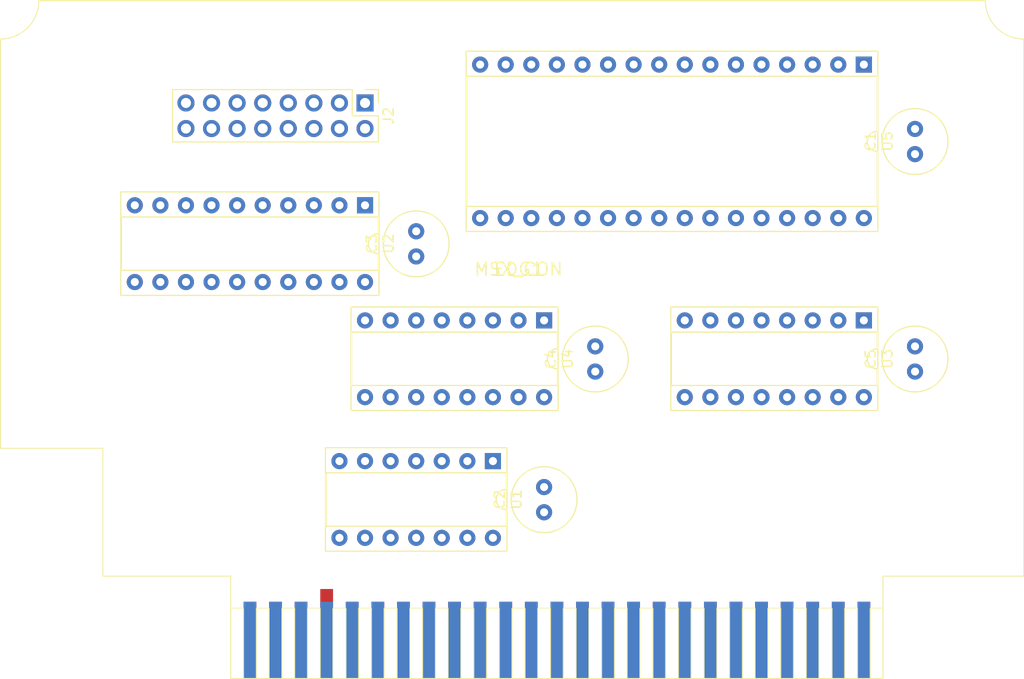
<source format=kicad_pcb>
(kicad_pcb (version 20171130) (host pcbnew "(5.1.2-1)-1")

  (general
    (thickness 1.6)
    (drawings 0)
    (tracks 0)
    (zones 0)
    (modules 12)
    (nets 62)
  )

  (page A4)
  (layers
    (0 F.Cu signal)
    (31 B.Cu signal)
    (32 B.Adhes user)
    (33 F.Adhes user)
    (34 B.Paste user)
    (35 F.Paste user)
    (36 B.SilkS user)
    (37 F.SilkS user)
    (38 B.Mask user)
    (39 F.Mask user)
    (40 Dwgs.User user)
    (41 Cmts.User user)
    (42 Eco1.User user)
    (43 Eco2.User user)
    (44 Edge.Cuts user)
    (45 Margin user)
    (46 B.CrtYd user)
    (47 F.CrtYd user)
    (48 B.Fab user)
    (49 F.Fab user)
  )

  (setup
    (last_trace_width 0.25)
    (trace_clearance 0.2)
    (zone_clearance 0.508)
    (zone_45_only no)
    (trace_min 0.2)
    (via_size 0.8)
    (via_drill 0.4)
    (via_min_size 0.4)
    (via_min_drill 0.3)
    (uvia_size 0.3)
    (uvia_drill 0.1)
    (uvias_allowed no)
    (uvia_min_size 0.2)
    (uvia_min_drill 0.1)
    (edge_width 0.05)
    (segment_width 0.2)
    (pcb_text_width 0.3)
    (pcb_text_size 1.5 1.5)
    (mod_edge_width 0.12)
    (mod_text_size 1 1)
    (mod_text_width 0.15)
    (pad_size 1.524 1.524)
    (pad_drill 0.762)
    (pad_to_mask_clearance 0.051)
    (solder_mask_min_width 0.25)
    (aux_axis_origin 0 0)
    (visible_elements FFFFFFFF)
    (pcbplotparams
      (layerselection 0x010fc_ffffffff)
      (usegerberextensions false)
      (usegerberattributes false)
      (usegerberadvancedattributes false)
      (creategerberjobfile false)
      (excludeedgelayer true)
      (linewidth 0.100000)
      (plotframeref false)
      (viasonmask false)
      (mode 1)
      (useauxorigin false)
      (hpglpennumber 1)
      (hpglpenspeed 20)
      (hpglpendiameter 15.000000)
      (psnegative false)
      (psa4output false)
      (plotreference true)
      (plotvalue true)
      (plotinvisibletext false)
      (padsonsilk false)
      (subtractmaskfromsilk false)
      (outputformat 1)
      (mirror false)
      (drillshape 1)
      (scaleselection 1)
      (outputdirectory ""))
  )

  (net 0 "")
  (net 1 VCC)
  (net 2 GND)
  (net 3 IORQ_)
  (net 4 WR_)
  (net 5 A9)
  (net 6 A11)
  (net 7 A7)
  (net 8 A12)
  (net 9 A1)
  (net 10 A3)
  (net 11 A5)
  (net 12 D1)
  (net 13 D3)
  (net 14 D5)
  (net 15 D7)
  (net 16 D6)
  (net 17 D4)
  (net 18 D2)
  (net 19 D0)
  (net 20 A4)
  (net 21 A2)
  (net 22 A0)
  (net 23 A13)
  (net 24 A8)
  (net 25 A6)
  (net 26 A10)
  (net 27 A15)
  (net 28 RD_)
  (net 29 BUSDIR_)
  (net 30 SLTSL_)
  (net 31 CS_)
  (net 32 "Net-(J2-Pad10)")
  (net 33 "Net-(U1-Pad8)")
  (net 34 "Net-(U1-Pad3)")
  (net 35 "Net-(U1-Pad11)")
  (net 36 "Net-(U3-Pad9)")
  (net 37 "Net-(U3-Pad10)")
  (net 38 "Net-(U3-Pad6)")
  (net 39 "Net-(U3-Pad7)")
  (net 40 "Net-(U4-Pad7)")
  (net 41 "Net-(U4-Pad6)")
  (net 42 "Net-(U4-Pad10)")
  (net 43 "Net-(U4-Pad9)")
  (net 44 "Net-(U4-Pad12)")
  (net 45 "Net-(EDG1-Pad+12V)")
  (net 46 "Net-(EDG1-Pad-12V)")
  (net 47 "Net-(EDG1-Pad/CS1)")
  (net 48 "Net-(EDG1-Pad/CS2)")
  (net 49 "Net-(EDG1-Pad/CS12)")
  (net 50 "Net-(EDG1-Pad/INT)")
  (net 51 "Net-(EDG1-Pad/M1)")
  (net 52 "Net-(EDG1-Pad/MREQ)")
  (net 53 "Net-(EDG1-Pad/RESET)")
  (net 54 "Net-(EDG1-Pad/RESV1)")
  (net 55 "Net-(EDG1-Pad/RESV2)")
  (net 56 "Net-(EDG1-Pad/RFSH)")
  (net 57 "Net-(EDG1-Pad/WAIT)")
  (net 58 "Net-(EDG1-PadA14)")
  (net 59 "Net-(EDG1-PadCLOCK)")
  (net 60 "Net-(EDG1-PadSOUNDIN)")
  (net 61 "Net-(EDG1-PadSW1)")

  (net_class Default "This is the default net class."
    (clearance 0.2)
    (trace_width 0.25)
    (via_dia 0.8)
    (via_drill 0.4)
    (uvia_dia 0.3)
    (uvia_drill 0.1)
    (add_net A0)
    (add_net A1)
    (add_net A10)
    (add_net A11)
    (add_net A12)
    (add_net A13)
    (add_net A15)
    (add_net A2)
    (add_net A3)
    (add_net A4)
    (add_net A5)
    (add_net A6)
    (add_net A7)
    (add_net A8)
    (add_net A9)
    (add_net BUSDIR_)
    (add_net CS_)
    (add_net D0)
    (add_net D1)
    (add_net D2)
    (add_net D3)
    (add_net D4)
    (add_net D5)
    (add_net D6)
    (add_net D7)
    (add_net GND)
    (add_net IORQ_)
    (add_net "Net-(EDG1-Pad+12V)")
    (add_net "Net-(EDG1-Pad-12V)")
    (add_net "Net-(EDG1-Pad/CS1)")
    (add_net "Net-(EDG1-Pad/CS12)")
    (add_net "Net-(EDG1-Pad/CS2)")
    (add_net "Net-(EDG1-Pad/INT)")
    (add_net "Net-(EDG1-Pad/M1)")
    (add_net "Net-(EDG1-Pad/MREQ)")
    (add_net "Net-(EDG1-Pad/RESET)")
    (add_net "Net-(EDG1-Pad/RESV1)")
    (add_net "Net-(EDG1-Pad/RESV2)")
    (add_net "Net-(EDG1-Pad/RFSH)")
    (add_net "Net-(EDG1-Pad/WAIT)")
    (add_net "Net-(EDG1-PadA14)")
    (add_net "Net-(EDG1-PadCLOCK)")
    (add_net "Net-(EDG1-PadSOUNDIN)")
    (add_net "Net-(EDG1-PadSW1)")
    (add_net "Net-(J2-Pad10)")
    (add_net "Net-(U1-Pad11)")
    (add_net "Net-(U1-Pad3)")
    (add_net "Net-(U1-Pad8)")
    (add_net "Net-(U3-Pad10)")
    (add_net "Net-(U3-Pad6)")
    (add_net "Net-(U3-Pad7)")
    (add_net "Net-(U3-Pad9)")
    (add_net "Net-(U4-Pad10)")
    (add_net "Net-(U4-Pad12)")
    (add_net "Net-(U4-Pad6)")
    (add_net "Net-(U4-Pad7)")
    (add_net "Net-(U4-Pad9)")
    (add_net RD_)
    (add_net SLTSL_)
    (add_net VCC)
    (add_net WR_)
  )

  (module msx-con:msx-con-MSXCART (layer F.Cu) (tedit 5E8217FE) (tstamp 5E810538)
    (at 156.21 106.68)
    (path /5E82E456)
    (attr smd)
    (fp_text reference EDG1 (at 0 0) (layer F.SilkS)
      (effects (font (size 1.27 1.27) (thickness 0.15)))
    )
    (fp_text value MSX_CON (at 0 0) (layer F.SilkS)
      (effects (font (size 1.27 1.27) (thickness 0.15)))
    )
    (fp_line (start -26.035 40.64) (end -24.765 40.64) (layer F.SilkS) (width 0.06604))
    (fp_line (start -24.765 40.64) (end -24.765 33.655) (layer F.SilkS) (width 0.06604))
    (fp_line (start -26.035 33.655) (end -24.765 33.655) (layer F.SilkS) (width 0.06604))
    (fp_line (start -26.035 40.64) (end -26.035 33.655) (layer F.SilkS) (width 0.06604))
    (fp_line (start -23.495 40.64) (end -22.225 40.64) (layer F.SilkS) (width 0.06604))
    (fp_line (start -22.225 40.64) (end -22.225 33.655) (layer F.SilkS) (width 0.06604))
    (fp_line (start -23.495 33.655) (end -22.225 33.655) (layer F.SilkS) (width 0.06604))
    (fp_line (start -23.495 40.64) (end -23.495 33.655) (layer F.SilkS) (width 0.06604))
    (fp_line (start -20.955 40.64) (end -19.685 40.64) (layer F.SilkS) (width 0.06604))
    (fp_line (start -19.685 40.64) (end -19.685 33.655) (layer F.SilkS) (width 0.06604))
    (fp_line (start -20.955 33.655) (end -19.685 33.655) (layer F.SilkS) (width 0.06604))
    (fp_line (start -20.955 40.64) (end -20.955 33.655) (layer F.SilkS) (width 0.06604))
    (fp_line (start -18.415 40.64) (end -17.145 40.64) (layer F.SilkS) (width 0.06604))
    (fp_line (start -17.145 40.64) (end -17.145 33.655) (layer F.SilkS) (width 0.06604))
    (fp_line (start -18.415 33.655) (end -17.145 33.655) (layer F.SilkS) (width 0.06604))
    (fp_line (start -18.415 40.64) (end -18.415 33.655) (layer F.SilkS) (width 0.06604))
    (fp_line (start -15.875 40.64) (end -14.605 40.64) (layer F.SilkS) (width 0.06604))
    (fp_line (start -14.605 40.64) (end -14.605 33.655) (layer F.SilkS) (width 0.06604))
    (fp_line (start -15.875 33.655) (end -14.605 33.655) (layer F.SilkS) (width 0.06604))
    (fp_line (start -15.875 40.64) (end -15.875 33.655) (layer F.SilkS) (width 0.06604))
    (fp_line (start -13.335 40.64) (end -12.065 40.64) (layer F.SilkS) (width 0.06604))
    (fp_line (start -12.065 40.64) (end -12.065 33.655) (layer F.SilkS) (width 0.06604))
    (fp_line (start -13.335 33.655) (end -12.065 33.655) (layer F.SilkS) (width 0.06604))
    (fp_line (start -13.335 40.64) (end -13.335 33.655) (layer F.SilkS) (width 0.06604))
    (fp_line (start -10.795 40.64) (end -9.525 40.64) (layer F.SilkS) (width 0.06604))
    (fp_line (start -9.525 40.64) (end -9.525 33.655) (layer F.SilkS) (width 0.06604))
    (fp_line (start -10.795 33.655) (end -9.525 33.655) (layer F.SilkS) (width 0.06604))
    (fp_line (start -10.795 40.64) (end -10.795 33.655) (layer F.SilkS) (width 0.06604))
    (fp_line (start -8.255 40.64) (end -6.985 40.64) (layer F.SilkS) (width 0.06604))
    (fp_line (start -6.985 40.64) (end -6.985 33.655) (layer F.SilkS) (width 0.06604))
    (fp_line (start -8.255 33.655) (end -6.985 33.655) (layer F.SilkS) (width 0.06604))
    (fp_line (start -8.255 40.64) (end -8.255 33.655) (layer F.SilkS) (width 0.06604))
    (fp_line (start -5.715 40.64) (end -4.445 40.64) (layer F.SilkS) (width 0.06604))
    (fp_line (start -4.445 40.64) (end -4.445 33.655) (layer F.SilkS) (width 0.06604))
    (fp_line (start -5.715 33.655) (end -4.445 33.655) (layer F.SilkS) (width 0.06604))
    (fp_line (start -5.715 40.64) (end -5.715 33.655) (layer F.SilkS) (width 0.06604))
    (fp_line (start -3.175 40.64) (end -1.905 40.64) (layer F.SilkS) (width 0.06604))
    (fp_line (start -1.905 40.64) (end -1.905 33.655) (layer F.SilkS) (width 0.06604))
    (fp_line (start -3.175 33.655) (end -1.905 33.655) (layer F.SilkS) (width 0.06604))
    (fp_line (start -3.175 40.64) (end -3.175 33.655) (layer F.SilkS) (width 0.06604))
    (fp_line (start -0.635 40.64) (end 0.635 40.64) (layer F.SilkS) (width 0.06604))
    (fp_line (start 0.635 40.64) (end 0.635 33.655) (layer F.SilkS) (width 0.06604))
    (fp_line (start -0.635 33.655) (end 0.635 33.655) (layer F.SilkS) (width 0.06604))
    (fp_line (start -0.635 40.64) (end -0.635 33.655) (layer F.SilkS) (width 0.06604))
    (fp_line (start 1.905 40.64) (end 3.175 40.64) (layer F.SilkS) (width 0.06604))
    (fp_line (start 3.175 40.64) (end 3.175 33.655) (layer F.SilkS) (width 0.06604))
    (fp_line (start 1.905 33.655) (end 3.175 33.655) (layer F.SilkS) (width 0.06604))
    (fp_line (start 1.905 40.64) (end 1.905 33.655) (layer F.SilkS) (width 0.06604))
    (fp_line (start 4.445 40.64) (end 5.715 40.64) (layer F.SilkS) (width 0.06604))
    (fp_line (start 5.715 40.64) (end 5.715 33.655) (layer F.SilkS) (width 0.06604))
    (fp_line (start 4.445 33.655) (end 5.715 33.655) (layer F.SilkS) (width 0.06604))
    (fp_line (start 4.445 40.64) (end 4.445 33.655) (layer F.SilkS) (width 0.06604))
    (fp_line (start 6.985 40.64) (end 8.255 40.64) (layer F.SilkS) (width 0.06604))
    (fp_line (start 8.255 40.64) (end 8.255 33.655) (layer F.SilkS) (width 0.06604))
    (fp_line (start 6.985 33.655) (end 8.255 33.655) (layer F.SilkS) (width 0.06604))
    (fp_line (start 6.985 40.64) (end 6.985 33.655) (layer F.SilkS) (width 0.06604))
    (fp_line (start 9.525 40.64) (end 10.795 40.64) (layer F.SilkS) (width 0.06604))
    (fp_line (start 10.795 40.64) (end 10.795 33.655) (layer F.SilkS) (width 0.06604))
    (fp_line (start 9.525 33.655) (end 10.795 33.655) (layer F.SilkS) (width 0.06604))
    (fp_line (start 9.525 40.64) (end 9.525 33.655) (layer F.SilkS) (width 0.06604))
    (fp_line (start 12.065 40.64) (end 13.335 40.64) (layer F.SilkS) (width 0.06604))
    (fp_line (start 13.335 40.64) (end 13.335 33.655) (layer F.SilkS) (width 0.06604))
    (fp_line (start 12.065 33.655) (end 13.335 33.655) (layer F.SilkS) (width 0.06604))
    (fp_line (start 12.065 40.64) (end 12.065 33.655) (layer F.SilkS) (width 0.06604))
    (fp_line (start 14.605 40.64) (end 15.875 40.64) (layer F.SilkS) (width 0.06604))
    (fp_line (start 15.875 40.64) (end 15.875 33.655) (layer F.SilkS) (width 0.06604))
    (fp_line (start 14.605 33.655) (end 15.875 33.655) (layer F.SilkS) (width 0.06604))
    (fp_line (start 14.605 40.64) (end 14.605 33.655) (layer F.SilkS) (width 0.06604))
    (fp_line (start 17.145 40.64) (end 18.415 40.64) (layer F.SilkS) (width 0.06604))
    (fp_line (start 18.415 40.64) (end 18.415 33.655) (layer F.SilkS) (width 0.06604))
    (fp_line (start 17.145 33.655) (end 18.415 33.655) (layer F.SilkS) (width 0.06604))
    (fp_line (start 17.145 40.64) (end 17.145 33.655) (layer F.SilkS) (width 0.06604))
    (fp_line (start 19.685 40.64) (end 20.955 40.64) (layer F.SilkS) (width 0.06604))
    (fp_line (start 20.955 40.64) (end 20.955 33.655) (layer F.SilkS) (width 0.06604))
    (fp_line (start 19.685 33.655) (end 20.955 33.655) (layer F.SilkS) (width 0.06604))
    (fp_line (start 19.685 40.64) (end 19.685 33.655) (layer F.SilkS) (width 0.06604))
    (fp_line (start 22.225 40.64) (end 23.495 40.64) (layer F.SilkS) (width 0.06604))
    (fp_line (start 23.495 40.64) (end 23.495 33.655) (layer F.SilkS) (width 0.06604))
    (fp_line (start 22.225 33.655) (end 23.495 33.655) (layer F.SilkS) (width 0.06604))
    (fp_line (start 22.225 40.64) (end 22.225 33.655) (layer F.SilkS) (width 0.06604))
    (fp_line (start 24.765 40.64) (end 26.035 40.64) (layer F.SilkS) (width 0.06604))
    (fp_line (start 26.035 40.64) (end 26.035 33.655) (layer F.SilkS) (width 0.06604))
    (fp_line (start 24.765 33.655) (end 26.035 33.655) (layer F.SilkS) (width 0.06604))
    (fp_line (start 24.765 40.64) (end 24.765 33.655) (layer F.SilkS) (width 0.06604))
    (fp_line (start 27.305 40.64) (end 28.575 40.64) (layer F.SilkS) (width 0.06604))
    (fp_line (start 28.575 40.64) (end 28.575 33.655) (layer F.SilkS) (width 0.06604))
    (fp_line (start 27.305 33.655) (end 28.575 33.655) (layer F.SilkS) (width 0.06604))
    (fp_line (start 27.305 40.64) (end 27.305 33.655) (layer F.SilkS) (width 0.06604))
    (fp_line (start 29.845 40.64) (end 31.115 40.64) (layer F.SilkS) (width 0.06604))
    (fp_line (start 31.115 40.64) (end 31.115 33.655) (layer F.SilkS) (width 0.06604))
    (fp_line (start 29.845 33.655) (end 31.115 33.655) (layer F.SilkS) (width 0.06604))
    (fp_line (start 29.845 40.64) (end 29.845 33.655) (layer F.SilkS) (width 0.06604))
    (fp_line (start 32.385 40.64) (end 33.655 40.64) (layer F.SilkS) (width 0.06604))
    (fp_line (start 33.655 40.64) (end 33.655 33.655) (layer F.SilkS) (width 0.06604))
    (fp_line (start 32.385 33.655) (end 33.655 33.655) (layer F.SilkS) (width 0.06604))
    (fp_line (start 32.385 40.64) (end 32.385 33.655) (layer F.SilkS) (width 0.06604))
    (fp_line (start 34.925 40.64) (end 36.195 40.64) (layer F.SilkS) (width 0.06604))
    (fp_line (start 36.195 40.64) (end 36.195 33.655) (layer F.SilkS) (width 0.06604))
    (fp_line (start 34.925 33.655) (end 36.195 33.655) (layer F.SilkS) (width 0.06604))
    (fp_line (start 34.925 40.64) (end 34.925 33.655) (layer F.SilkS) (width 0.06604))
    (fp_line (start -28.575 40.64) (end -27.305 40.64) (layer F.SilkS) (width 0.06604))
    (fp_line (start -27.305 40.64) (end -27.305 33.655) (layer F.SilkS) (width 0.06604))
    (fp_line (start -28.575 33.655) (end -27.305 33.655) (layer F.SilkS) (width 0.06604))
    (fp_line (start -28.575 40.64) (end -28.575 33.655) (layer F.SilkS) (width 0.06604))
    (fp_line (start -28.575 40.64) (end -27.305 40.64) (layer F.SilkS) (width 0.06604))
    (fp_line (start -27.305 40.64) (end -27.305 33.655) (layer F.SilkS) (width 0.06604))
    (fp_line (start -28.575 33.655) (end -27.305 33.655) (layer F.SilkS) (width 0.06604))
    (fp_line (start -28.575 40.64) (end -28.575 33.655) (layer F.SilkS) (width 0.06604))
    (fp_line (start -26.035 40.64) (end -24.765 40.64) (layer F.SilkS) (width 0.06604))
    (fp_line (start -24.765 40.64) (end -24.765 33.655) (layer F.SilkS) (width 0.06604))
    (fp_line (start -26.035 33.655) (end -24.765 33.655) (layer F.SilkS) (width 0.06604))
    (fp_line (start -26.035 40.64) (end -26.035 33.655) (layer F.SilkS) (width 0.06604))
    (fp_line (start -23.495 40.64) (end -22.225 40.64) (layer F.SilkS) (width 0.06604))
    (fp_line (start -22.225 40.64) (end -22.225 33.655) (layer F.SilkS) (width 0.06604))
    (fp_line (start -23.495 33.655) (end -22.225 33.655) (layer F.SilkS) (width 0.06604))
    (fp_line (start -23.495 40.64) (end -23.495 33.655) (layer F.SilkS) (width 0.06604))
    (fp_line (start -20.955 40.64) (end -19.685 40.64) (layer F.SilkS) (width 0.06604))
    (fp_line (start -19.685 40.64) (end -19.685 33.655) (layer F.SilkS) (width 0.06604))
    (fp_line (start -20.955 33.655) (end -19.685 33.655) (layer F.SilkS) (width 0.06604))
    (fp_line (start -20.955 40.64) (end -20.955 33.655) (layer F.SilkS) (width 0.06604))
    (fp_line (start -18.415 40.64) (end -17.145 40.64) (layer F.SilkS) (width 0.06604))
    (fp_line (start -17.145 40.64) (end -17.145 33.655) (layer F.SilkS) (width 0.06604))
    (fp_line (start -18.415 33.655) (end -17.145 33.655) (layer F.SilkS) (width 0.06604))
    (fp_line (start -18.415 40.64) (end -18.415 33.655) (layer F.SilkS) (width 0.06604))
    (fp_line (start -15.875 40.64) (end -14.605 40.64) (layer F.SilkS) (width 0.06604))
    (fp_line (start -14.605 40.64) (end -14.605 33.655) (layer F.SilkS) (width 0.06604))
    (fp_line (start -15.875 33.655) (end -14.605 33.655) (layer F.SilkS) (width 0.06604))
    (fp_line (start -15.875 40.64) (end -15.875 33.655) (layer F.SilkS) (width 0.06604))
    (fp_line (start -13.335 40.64) (end -12.065 40.64) (layer F.SilkS) (width 0.06604))
    (fp_line (start -12.065 40.64) (end -12.065 33.655) (layer F.SilkS) (width 0.06604))
    (fp_line (start -13.335 33.655) (end -12.065 33.655) (layer F.SilkS) (width 0.06604))
    (fp_line (start -13.335 40.64) (end -13.335 33.655) (layer F.SilkS) (width 0.06604))
    (fp_line (start -10.795 40.64) (end -9.525 40.64) (layer F.SilkS) (width 0.06604))
    (fp_line (start -9.525 40.64) (end -9.525 33.655) (layer F.SilkS) (width 0.06604))
    (fp_line (start -10.795 33.655) (end -9.525 33.655) (layer F.SilkS) (width 0.06604))
    (fp_line (start -10.795 40.64) (end -10.795 33.655) (layer F.SilkS) (width 0.06604))
    (fp_line (start -8.255 40.64) (end -6.985 40.64) (layer F.SilkS) (width 0.06604))
    (fp_line (start -6.985 40.64) (end -6.985 33.655) (layer F.SilkS) (width 0.06604))
    (fp_line (start -8.255 33.655) (end -6.985 33.655) (layer F.SilkS) (width 0.06604))
    (fp_line (start -8.255 40.64) (end -8.255 33.655) (layer F.SilkS) (width 0.06604))
    (fp_line (start -5.715 40.64) (end -4.445 40.64) (layer F.SilkS) (width 0.06604))
    (fp_line (start -4.445 40.64) (end -4.445 33.655) (layer F.SilkS) (width 0.06604))
    (fp_line (start -5.715 33.655) (end -4.445 33.655) (layer F.SilkS) (width 0.06604))
    (fp_line (start -5.715 40.64) (end -5.715 33.655) (layer F.SilkS) (width 0.06604))
    (fp_line (start -3.175 40.64) (end -1.905 40.64) (layer F.SilkS) (width 0.06604))
    (fp_line (start -1.905 40.64) (end -1.905 33.655) (layer F.SilkS) (width 0.06604))
    (fp_line (start -3.175 33.655) (end -1.905 33.655) (layer F.SilkS) (width 0.06604))
    (fp_line (start -3.175 40.64) (end -3.175 33.655) (layer F.SilkS) (width 0.06604))
    (fp_line (start -0.635 40.64) (end 0.635 40.64) (layer F.SilkS) (width 0.06604))
    (fp_line (start 0.635 40.64) (end 0.635 33.655) (layer F.SilkS) (width 0.06604))
    (fp_line (start -0.635 33.655) (end 0.635 33.655) (layer F.SilkS) (width 0.06604))
    (fp_line (start -0.635 40.64) (end -0.635 33.655) (layer F.SilkS) (width 0.06604))
    (fp_line (start 1.905 40.64) (end 3.175 40.64) (layer F.SilkS) (width 0.06604))
    (fp_line (start 3.175 40.64) (end 3.175 33.655) (layer F.SilkS) (width 0.06604))
    (fp_line (start 1.905 33.655) (end 3.175 33.655) (layer F.SilkS) (width 0.06604))
    (fp_line (start 1.905 40.64) (end 1.905 33.655) (layer F.SilkS) (width 0.06604))
    (fp_line (start 4.445 40.64) (end 5.715 40.64) (layer F.SilkS) (width 0.06604))
    (fp_line (start 5.715 40.64) (end 5.715 33.655) (layer F.SilkS) (width 0.06604))
    (fp_line (start 4.445 33.655) (end 5.715 33.655) (layer F.SilkS) (width 0.06604))
    (fp_line (start 4.445 40.64) (end 4.445 33.655) (layer F.SilkS) (width 0.06604))
    (fp_line (start 6.985 40.64) (end 8.255 40.64) (layer F.SilkS) (width 0.06604))
    (fp_line (start 8.255 40.64) (end 8.255 33.655) (layer F.SilkS) (width 0.06604))
    (fp_line (start 6.985 33.655) (end 8.255 33.655) (layer F.SilkS) (width 0.06604))
    (fp_line (start 6.985 40.64) (end 6.985 33.655) (layer F.SilkS) (width 0.06604))
    (fp_line (start 9.525 40.64) (end 10.795 40.64) (layer F.SilkS) (width 0.06604))
    (fp_line (start 10.795 40.64) (end 10.795 33.655) (layer F.SilkS) (width 0.06604))
    (fp_line (start 9.525 33.655) (end 10.795 33.655) (layer F.SilkS) (width 0.06604))
    (fp_line (start 9.525 40.64) (end 9.525 33.655) (layer F.SilkS) (width 0.06604))
    (fp_line (start 12.065 40.64) (end 13.335 40.64) (layer F.SilkS) (width 0.06604))
    (fp_line (start 13.335 40.64) (end 13.335 33.655) (layer F.SilkS) (width 0.06604))
    (fp_line (start 12.065 33.655) (end 13.335 33.655) (layer F.SilkS) (width 0.06604))
    (fp_line (start 12.065 40.64) (end 12.065 33.655) (layer F.SilkS) (width 0.06604))
    (fp_line (start 14.605 40.64) (end 15.875 40.64) (layer F.SilkS) (width 0.06604))
    (fp_line (start 15.875 40.64) (end 15.875 33.655) (layer F.SilkS) (width 0.06604))
    (fp_line (start 14.605 33.655) (end 15.875 33.655) (layer F.SilkS) (width 0.06604))
    (fp_line (start 14.605 40.64) (end 14.605 33.655) (layer F.SilkS) (width 0.06604))
    (fp_line (start 17.145 40.64) (end 18.415 40.64) (layer F.SilkS) (width 0.06604))
    (fp_line (start 18.415 40.64) (end 18.415 33.655) (layer F.SilkS) (width 0.06604))
    (fp_line (start 17.145 33.655) (end 18.415 33.655) (layer F.SilkS) (width 0.06604))
    (fp_line (start 17.145 40.64) (end 17.145 33.655) (layer F.SilkS) (width 0.06604))
    (fp_line (start 19.685 40.64) (end 20.955 40.64) (layer F.SilkS) (width 0.06604))
    (fp_line (start 20.955 40.64) (end 20.955 33.655) (layer F.SilkS) (width 0.06604))
    (fp_line (start 19.685 33.655) (end 20.955 33.655) (layer F.SilkS) (width 0.06604))
    (fp_line (start 19.685 40.64) (end 19.685 33.655) (layer F.SilkS) (width 0.06604))
    (fp_line (start 22.225 40.64) (end 23.495 40.64) (layer F.SilkS) (width 0.06604))
    (fp_line (start 23.495 40.64) (end 23.495 33.655) (layer F.SilkS) (width 0.06604))
    (fp_line (start 22.225 33.655) (end 23.495 33.655) (layer F.SilkS) (width 0.06604))
    (fp_line (start 22.225 40.64) (end 22.225 33.655) (layer F.SilkS) (width 0.06604))
    (fp_line (start 24.765 40.64) (end 26.035 40.64) (layer F.SilkS) (width 0.06604))
    (fp_line (start 26.035 40.64) (end 26.035 33.655) (layer F.SilkS) (width 0.06604))
    (fp_line (start 24.765 33.655) (end 26.035 33.655) (layer F.SilkS) (width 0.06604))
    (fp_line (start 24.765 40.64) (end 24.765 33.655) (layer F.SilkS) (width 0.06604))
    (fp_line (start 27.305 40.64) (end 28.575 40.64) (layer F.SilkS) (width 0.06604))
    (fp_line (start 28.575 40.64) (end 28.575 33.655) (layer F.SilkS) (width 0.06604))
    (fp_line (start 27.305 33.655) (end 28.575 33.655) (layer F.SilkS) (width 0.06604))
    (fp_line (start 27.305 40.64) (end 27.305 33.655) (layer F.SilkS) (width 0.06604))
    (fp_line (start 29.845 40.64) (end 31.115 40.64) (layer F.SilkS) (width 0.06604))
    (fp_line (start 31.115 40.64) (end 31.115 33.655) (layer F.SilkS) (width 0.06604))
    (fp_line (start 29.845 33.655) (end 31.115 33.655) (layer F.SilkS) (width 0.06604))
    (fp_line (start 29.845 40.64) (end 29.845 33.655) (layer F.SilkS) (width 0.06604))
    (fp_line (start 32.385 40.64) (end 33.655 40.64) (layer F.SilkS) (width 0.06604))
    (fp_line (start 33.655 40.64) (end 33.655 33.655) (layer F.SilkS) (width 0.06604))
    (fp_line (start 32.385 33.655) (end 33.655 33.655) (layer F.SilkS) (width 0.06604))
    (fp_line (start 32.385 40.64) (end 32.385 33.655) (layer F.SilkS) (width 0.06604))
    (fp_line (start 34.925 40.64) (end 36.195 40.64) (layer F.SilkS) (width 0.06604))
    (fp_line (start 36.195 40.64) (end 36.195 33.655) (layer F.SilkS) (width 0.06604))
    (fp_line (start 34.925 33.655) (end 36.195 33.655) (layer F.SilkS) (width 0.06604))
    (fp_line (start 34.925 40.64) (end 34.925 33.655) (layer F.SilkS) (width 0.06604))
    (fp_line (start -47.625 -26.67) (end 46.355 -26.67) (layer F.SilkS) (width 0.127))
    (fp_line (start 50.165 -22.86) (end 50.165 30.48) (layer F.SilkS) (width 0.1))
    (fp_line (start 50.165 30.48) (end 36.195 30.48) (layer F.SilkS) (width 0.1))
    (fp_line (start -51.435 17.78) (end -51.435 -22.86) (layer F.SilkS) (width 0.1))
    (fp_line (start -41.275 17.78) (end -51.435 17.78) (layer F.SilkS) (width 0.1))
    (fp_line (start -41.275 17.78) (end -41.275 30.48) (layer F.SilkS) (width 0.1))
    (fp_line (start -41.275 30.48) (end -28.575 30.48) (layer F.SilkS) (width 0.1))
    (fp_line (start -28.575 30.48) (end -28.575 40.64) (layer F.SilkS) (width 0.1))
    (fp_line (start -28.575 40.64) (end 36.195 40.64) (layer F.SilkS) (width 0.1))
    (fp_line (start 36.195 40.64) (end 36.195 30.48) (layer F.SilkS) (width 0.1))
    (fp_arc (start -51.435 -26.67) (end -47.625 -26.67) (angle 90) (layer F.SilkS) (width 0.1))
    (fp_arc (start 50.165 -26.67) (end 50.165 -22.86) (angle 90) (layer F.SilkS) (width 0.1))
    (pad +5V1 smd rect (at -24.13 36.83) (size 1.27 7.62) (layers B.Cu B.Mask)
      (net 1 VCC))
    (pad +5V2 smd rect (at -21.59 36.83) (size 1.27 7.62) (layers B.Cu B.Mask)
      (net 1 VCC))
    (pad +12V smd rect (at -24.13 36.83) (size 1.27 7.62) (layers F.Cu F.Paste F.Mask)
      (net 45 "Net-(EDG1-Pad+12V)"))
    (pad -12V smd rect (at -26.67 36.83) (size 1.27 7.62) (layers F.Cu F.Paste F.Mask)
      (net 46 "Net-(EDG1-Pad-12V)"))
    (pad /BUSDIR smd rect (at 24.13 36.83) (size 1.27 7.62) (layers F.Cu F.Paste F.Mask)
      (net 29 BUSDIR_))
    (pad /CS1 smd rect (at 34.29 36.83) (size 1.27 7.62) (layers B.Cu B.Mask)
      (net 47 "Net-(EDG1-Pad/CS1)"))
    (pad /CS2 smd rect (at 34.29 36.83) (size 1.27 7.62) (layers F.Cu F.Paste F.Mask)
      (net 48 "Net-(EDG1-Pad/CS2)"))
    (pad /CS12 smd rect (at 31.75 36.83) (size 1.27 7.62) (layers B.Cu B.Mask)
      (net 49 "Net-(EDG1-Pad/CS12)"))
    (pad /INT smd rect (at 26.67 36.83) (size 1.27 7.62) (layers F.Cu F.Paste F.Mask)
      (net 50 "Net-(EDG1-Pad/INT)"))
    (pad /IORQ smd rect (at 21.59 36.83) (size 1.27 7.62) (layers B.Cu B.Mask)
      (net 3 IORQ_))
    (pad /M1 smd rect (at 24.13 36.83) (size 1.27 7.62) (layers B.Cu B.Mask)
      (net 51 "Net-(EDG1-Pad/M1)"))
    (pad /MREQ smd rect (at 21.59 36.83) (size 1.27 7.62) (layers F.Cu F.Paste F.Mask)
      (net 52 "Net-(EDG1-Pad/MREQ)"))
    (pad /RD smd rect (at 19.05 36.83) (size 1.27 7.62) (layers F.Cu F.Paste F.Mask)
      (net 28 RD_))
    (pad /RESET smd rect (at 16.51 36.83) (size 1.27 7.62) (layers B.Cu B.Mask)
      (net 53 "Net-(EDG1-Pad/RESET)"))
    (pad /RESV1 smd rect (at 16.51 36.83) (size 1.27 7.62) (layers F.Cu F.Paste F.Mask)
      (net 54 "Net-(EDG1-Pad/RESV1)"))
    (pad /RESV2 smd rect (at 29.21 36.83) (size 1.27 7.62) (layers B.Cu B.Mask)
      (net 55 "Net-(EDG1-Pad/RESV2)"))
    (pad /RFSH smd rect (at 29.21 36.83) (size 1.27 7.62) (layers F.Cu F.Paste F.Mask)
      (net 56 "Net-(EDG1-Pad/RFSH)"))
    (pad /SLTSL smd rect (at 31.75 36.83) (size 1.27 7.62) (layers F.Cu F.Paste F.Mask)
      (net 30 SLTSL_))
    (pad /WAIT smd rect (at 26.67 36.83) (size 1.27 7.62) (layers B.Cu B.Mask)
      (net 57 "Net-(EDG1-Pad/WAIT)"))
    (pad /WR smd rect (at 19.05 36.83) (size 1.27 7.62) (layers B.Cu B.Mask)
      (net 4 WR_))
    (pad A0 smd rect (at 1.27 36.83) (size 1.27 7.62) (layers F.Cu F.Paste F.Mask)
      (net 22 A0))
    (pad A1 smd rect (at 1.27 36.83) (size 1.27 7.62) (layers B.Cu B.Mask)
      (net 9 A1))
    (pad A2 smd rect (at -1.27 36.83) (size 1.27 7.62) (layers F.Cu F.Paste F.Mask)
      (net 21 A2))
    (pad A3 smd rect (at -1.27 36.83) (size 1.27 7.62) (layers B.Cu B.Mask)
      (net 10 A3))
    (pad A4 smd rect (at -3.81 36.83) (size 1.27 7.62) (layers F.Cu F.Paste F.Mask)
      (net 20 A4))
    (pad A5 smd rect (at -3.81 36.83) (size 1.27 7.62) (layers B.Cu B.Mask)
      (net 11 A5))
    (pad A6 smd rect (at 8.89 36.83) (size 1.27 7.62) (layers F.Cu F.Paste F.Mask)
      (net 25 A6))
    (pad A7 smd rect (at 8.89 36.83) (size 1.27 7.62) (layers B.Cu B.Mask)
      (net 7 A7))
    (pad A8 smd rect (at 6.35 36.83) (size 1.27 7.62) (layers F.Cu F.Paste F.Mask)
      (net 24 A8))
    (pad A9 smd rect (at 13.97 36.83) (size 1.27 7.62) (layers B.Cu B.Mask)
      (net 5 A9))
    (pad A10 smd rect (at 11.43 36.83) (size 1.27 7.62) (layers F.Cu F.Paste F.Mask)
      (net 26 A10))
    (pad A11 smd rect (at 11.43 36.83) (size 1.27 7.62) (layers B.Cu B.Mask)
      (net 6 A11))
    (pad A12 smd rect (at 6.35 36.83) (size 1.27 7.62) (layers B.Cu B.Mask)
      (net 8 A12))
    (pad A13 smd rect (at 3.81 36.83) (size 1.27 7.62) (layers F.Cu F.Paste F.Mask)
      (net 23 A13))
    (pad A14 smd rect (at 3.81 36.83) (size 1.27 7.62) (layers B.Cu B.Mask)
      (net 58 "Net-(EDG1-PadA14)"))
    (pad A15 smd rect (at 13.97 36.83) (size 1.27 7.62) (layers F.Cu F.Paste F.Mask)
      (net 27 A15))
    (pad CLOCK smd rect (at -16.51 36.83) (size 1.27 7.62) (layers F.Cu F.Paste F.Mask)
      (net 59 "Net-(EDG1-PadCLOCK)"))
    (pad D0 smd rect (at -6.35 36.83) (size 1.27 7.62) (layers F.Cu F.Paste F.Mask)
      (net 19 D0))
    (pad D1 smd rect (at -6.35 36.83) (size 1.27 7.62) (layers B.Cu B.Mask)
      (net 12 D1))
    (pad D2 smd rect (at -8.89 36.83) (size 1.27 7.62) (layers F.Cu F.Paste F.Mask)
      (net 18 D2))
    (pad D3 smd rect (at -8.89 36.83) (size 1.27 7.62) (layers B.Cu B.Mask)
      (net 13 D3))
    (pad D4 smd rect (at -11.43 36.83) (size 1.27 7.62) (layers F.Cu F.Paste F.Mask)
      (net 17 D4))
    (pad D5 smd rect (at -11.43 36.83) (size 1.27 7.62) (layers B.Cu B.Mask)
      (net 14 D5))
    (pad D6 smd rect (at -13.97 36.83) (size 1.27 7.62) (layers F.Cu F.Paste F.Mask)
      (net 16 D6))
    (pad D7 smd rect (at -13.97 36.83) (size 1.27 7.62) (layers B.Cu B.Mask)
      (net 15 D7))
    (pad GND1 smd rect (at -19.05 36.83) (size 1.27 7.62) (layers B.Cu B.Mask)
      (net 2 GND))
    (pad GND2 smd rect (at -16.51 36.83) (size 1.27 7.62) (layers B.Cu B.Mask)
      (net 2 GND))
    (pad SOUNDIN smd rect (at -26.67 36.83) (size 1.27 7.62) (layers B.Cu B.Mask)
      (net 60 "Net-(EDG1-PadSOUNDIN)"))
    (pad SW1 smd rect (at -19.05 35.56) (size 1.27 7.62) (layers F.Cu F.Paste F.Mask)
      (net 61 "Net-(EDG1-PadSW1)"))
    (pad SW2 smd rect (at -21.59 36.83) (size 1.27 7.62) (layers F.Cu F.Paste F.Mask)
      (net 61 "Net-(EDG1-PadSW1)"))
    (pad "" np_thru_hole circle (at -36.83 23.495) (size 5.08 5.08) (drill 5.08) (layers *.Cu *.Mask))
    (pad "" np_thru_hole circle (at 45.085 23.495) (size 5.08 5.08) (drill 5.08) (layers *.Cu *.Mask))
  )

  (module Capacitor_THT:C_Radial_D6.3mm_H5.0mm_P2.50mm (layer F.Cu) (tedit 5BC5C9B9) (tstamp 5E7D48EB)
    (at 195.58 95.25 90)
    (descr "C, Radial series, Radial, pin pitch=2.50mm, diameter=6.3mm, height=5mm, Non-Polar Electrolytic Capacitor")
    (tags "C Radial series Radial pin pitch 2.50mm diameter 6.3mm height 5mm Non-Polar Electrolytic Capacitor")
    (path /5D24B659)
    (fp_text reference C1 (at 1.25 -4.4 90) (layer F.SilkS)
      (effects (font (size 1 1) (thickness 0.15)))
    )
    (fp_text value "0.1 uF" (at 1.25 4.4 90) (layer F.Fab)
      (effects (font (size 1 1) (thickness 0.15)))
    )
    (fp_circle (center 1.25 0) (end 4.4 0) (layer F.Fab) (width 0.1))
    (fp_circle (center 1.25 0) (end 4.52 0) (layer F.SilkS) (width 0.12))
    (fp_circle (center 1.25 0) (end 4.65 0) (layer F.CrtYd) (width 0.05))
    (fp_text user %R (at 1.25 0 90) (layer F.Fab)
      (effects (font (size 1 1) (thickness 0.15)))
    )
    (pad 1 thru_hole circle (at 0 0 90) (size 1.6 1.6) (drill 0.8) (layers *.Cu *.Mask)
      (net 1 VCC))
    (pad 2 thru_hole circle (at 2.5 0 90) (size 1.6 1.6) (drill 0.8) (layers *.Cu *.Mask)
      (net 2 GND))
    (model ${KISYS3DMOD}/Capacitor_THT.3dshapes/C_Radial_D6.3mm_H5.0mm_P2.50mm.wrl
      (at (xyz 0 0 0))
      (scale (xyz 1 1 1))
      (rotate (xyz 0 0 0))
    )
  )

  (module Capacitor_THT:C_Radial_D6.3mm_H5.0mm_P2.50mm (layer F.Cu) (tedit 5BC5C9B9) (tstamp 5E7CF387)
    (at 158.75 130.81 90)
    (descr "C, Radial series, Radial, pin pitch=2.50mm, diameter=6.3mm, height=5mm, Non-Polar Electrolytic Capacitor")
    (tags "C Radial series Radial pin pitch 2.50mm diameter 6.3mm height 5mm Non-Polar Electrolytic Capacitor")
    (path /5E7F708E)
    (fp_text reference C2 (at 1.25 -4.4 90) (layer F.SilkS)
      (effects (font (size 1 1) (thickness 0.15)))
    )
    (fp_text value "0.1 uF" (at 1.25 4.4 90) (layer F.Fab)
      (effects (font (size 1 1) (thickness 0.15)))
    )
    (fp_text user %R (at 1.25 0 90) (layer F.Fab)
      (effects (font (size 1 1) (thickness 0.15)))
    )
    (fp_circle (center 1.25 0) (end 4.65 0) (layer F.CrtYd) (width 0.05))
    (fp_circle (center 1.25 0) (end 4.52 0) (layer F.SilkS) (width 0.12))
    (fp_circle (center 1.25 0) (end 4.4 0) (layer F.Fab) (width 0.1))
    (pad 2 thru_hole circle (at 2.5 0 90) (size 1.6 1.6) (drill 0.8) (layers *.Cu *.Mask)
      (net 2 GND))
    (pad 1 thru_hole circle (at 0 0 90) (size 1.6 1.6) (drill 0.8) (layers *.Cu *.Mask)
      (net 1 VCC))
    (model ${KISYS3DMOD}/Capacitor_THT.3dshapes/C_Radial_D6.3mm_H5.0mm_P2.50mm.wrl
      (at (xyz 0 0 0))
      (scale (xyz 1 1 1))
      (rotate (xyz 0 0 0))
    )
  )

  (module Capacitor_THT:C_Radial_D6.3mm_H5.0mm_P2.50mm (layer F.Cu) (tedit 5BC5C9B9) (tstamp 5E7CF225)
    (at 146.05 105.41 90)
    (descr "C, Radial series, Radial, pin pitch=2.50mm, diameter=6.3mm, height=5mm, Non-Polar Electrolytic Capacitor")
    (tags "C Radial series Radial pin pitch 2.50mm diameter 6.3mm height 5mm Non-Polar Electrolytic Capacitor")
    (path /5E7FAB1D)
    (fp_text reference C3 (at 1.25 -4.4 90) (layer F.SilkS)
      (effects (font (size 1 1) (thickness 0.15)))
    )
    (fp_text value "0.1 uF" (at 1.25 4.4 90) (layer F.Fab)
      (effects (font (size 1 1) (thickness 0.15)))
    )
    (fp_circle (center 1.25 0) (end 4.4 0) (layer F.Fab) (width 0.1))
    (fp_circle (center 1.25 0) (end 4.52 0) (layer F.SilkS) (width 0.12))
    (fp_circle (center 1.25 0) (end 4.65 0) (layer F.CrtYd) (width 0.05))
    (fp_text user %R (at 1.25 0 90) (layer F.Fab)
      (effects (font (size 1 1) (thickness 0.15)))
    )
    (pad 1 thru_hole circle (at 0 0 90) (size 1.6 1.6) (drill 0.8) (layers *.Cu *.Mask)
      (net 1 VCC))
    (pad 2 thru_hole circle (at 2.5 0 90) (size 1.6 1.6) (drill 0.8) (layers *.Cu *.Mask)
      (net 2 GND))
    (model ${KISYS3DMOD}/Capacitor_THT.3dshapes/C_Radial_D6.3mm_H5.0mm_P2.50mm.wrl
      (at (xyz 0 0 0))
      (scale (xyz 1 1 1))
      (rotate (xyz 0 0 0))
    )
  )

  (module Capacitor_THT:C_Radial_D6.3mm_H5.0mm_P2.50mm (layer F.Cu) (tedit 5BC5C9B9) (tstamp 5E7CF240)
    (at 163.83 116.84 90)
    (descr "C, Radial series, Radial, pin pitch=2.50mm, diameter=6.3mm, height=5mm, Non-Polar Electrolytic Capacitor")
    (tags "C Radial series Radial pin pitch 2.50mm diameter 6.3mm height 5mm Non-Polar Electrolytic Capacitor")
    (path /5E7FE759)
    (fp_text reference C4 (at 1.25 -4.4 90) (layer F.SilkS)
      (effects (font (size 1 1) (thickness 0.15)))
    )
    (fp_text value "0.1 uF" (at 1.25 4.4 90) (layer F.Fab)
      (effects (font (size 1 1) (thickness 0.15)))
    )
    (fp_text user %R (at 1.25 0 90) (layer F.Fab)
      (effects (font (size 1 1) (thickness 0.15)))
    )
    (fp_circle (center 1.25 0) (end 4.65 0) (layer F.CrtYd) (width 0.05))
    (fp_circle (center 1.25 0) (end 4.52 0) (layer F.SilkS) (width 0.12))
    (fp_circle (center 1.25 0) (end 4.4 0) (layer F.Fab) (width 0.1))
    (pad 2 thru_hole circle (at 2.5 0 90) (size 1.6 1.6) (drill 0.8) (layers *.Cu *.Mask)
      (net 2 GND))
    (pad 1 thru_hole circle (at 0 0 90) (size 1.6 1.6) (drill 0.8) (layers *.Cu *.Mask)
      (net 1 VCC))
    (model ${KISYS3DMOD}/Capacitor_THT.3dshapes/C_Radial_D6.3mm_H5.0mm_P2.50mm.wrl
      (at (xyz 0 0 0))
      (scale (xyz 1 1 1))
      (rotate (xyz 0 0 0))
    )
  )

  (module Capacitor_THT:C_Radial_D6.3mm_H5.0mm_P2.50mm (layer F.Cu) (tedit 5BC5C9B9) (tstamp 5E7D4A60)
    (at 195.58 116.84 90)
    (descr "C, Radial series, Radial, pin pitch=2.50mm, diameter=6.3mm, height=5mm, Non-Polar Electrolytic Capacitor")
    (tags "C Radial series Radial pin pitch 2.50mm diameter 6.3mm height 5mm Non-Polar Electrolytic Capacitor")
    (path /5E80279F)
    (fp_text reference C5 (at 1.25 -4.4 90) (layer F.SilkS)
      (effects (font (size 1 1) (thickness 0.15)))
    )
    (fp_text value "0.1 uF" (at 1.25 4.4 90) (layer F.Fab)
      (effects (font (size 1 1) (thickness 0.15)))
    )
    (fp_circle (center 1.25 0) (end 4.4 0) (layer F.Fab) (width 0.1))
    (fp_circle (center 1.25 0) (end 4.52 0) (layer F.SilkS) (width 0.12))
    (fp_circle (center 1.25 0) (end 4.65 0) (layer F.CrtYd) (width 0.05))
    (fp_text user %R (at 1.25 0 90) (layer F.Fab)
      (effects (font (size 1 1) (thickness 0.15)))
    )
    (pad 1 thru_hole circle (at 0 0 90) (size 1.6 1.6) (drill 0.8) (layers *.Cu *.Mask)
      (net 1 VCC))
    (pad 2 thru_hole circle (at 2.5 0 90) (size 1.6 1.6) (drill 0.8) (layers *.Cu *.Mask)
      (net 2 GND))
    (model ${KISYS3DMOD}/Capacitor_THT.3dshapes/C_Radial_D6.3mm_H5.0mm_P2.50mm.wrl
      (at (xyz 0 0 0))
      (scale (xyz 1 1 1))
      (rotate (xyz 0 0 0))
    )
  )

  (module Connector_PinHeader_2.54mm:PinHeader_2x08_P2.54mm_Vertical (layer F.Cu) (tedit 59FED5CC) (tstamp 5E7D3B55)
    (at 140.97 90.17 270)
    (descr "Through hole straight pin header, 2x08, 2.54mm pitch, double rows")
    (tags "Through hole pin header THT 2x08 2.54mm double row")
    (path /5D243AE7)
    (fp_text reference J2 (at 1.27 -2.33 90) (layer F.SilkS)
      (effects (font (size 1 1) (thickness 0.15)))
    )
    (fp_text value Conn_02x08_Odd_Even (at 1.27 20.11 90) (layer F.Fab)
      (effects (font (size 1 1) (thickness 0.15)))
    )
    (fp_line (start 0 -1.27) (end 3.81 -1.27) (layer F.Fab) (width 0.1))
    (fp_line (start 3.81 -1.27) (end 3.81 19.05) (layer F.Fab) (width 0.1))
    (fp_line (start 3.81 19.05) (end -1.27 19.05) (layer F.Fab) (width 0.1))
    (fp_line (start -1.27 19.05) (end -1.27 0) (layer F.Fab) (width 0.1))
    (fp_line (start -1.27 0) (end 0 -1.27) (layer F.Fab) (width 0.1))
    (fp_line (start -1.33 19.11) (end 3.87 19.11) (layer F.SilkS) (width 0.12))
    (fp_line (start -1.33 1.27) (end -1.33 19.11) (layer F.SilkS) (width 0.12))
    (fp_line (start 3.87 -1.33) (end 3.87 19.11) (layer F.SilkS) (width 0.12))
    (fp_line (start -1.33 1.27) (end 1.27 1.27) (layer F.SilkS) (width 0.12))
    (fp_line (start 1.27 1.27) (end 1.27 -1.33) (layer F.SilkS) (width 0.12))
    (fp_line (start 1.27 -1.33) (end 3.87 -1.33) (layer F.SilkS) (width 0.12))
    (fp_line (start -1.33 0) (end -1.33 -1.33) (layer F.SilkS) (width 0.12))
    (fp_line (start -1.33 -1.33) (end 0 -1.33) (layer F.SilkS) (width 0.12))
    (fp_line (start -1.8 -1.8) (end -1.8 19.55) (layer F.CrtYd) (width 0.05))
    (fp_line (start -1.8 19.55) (end 4.35 19.55) (layer F.CrtYd) (width 0.05))
    (fp_line (start 4.35 19.55) (end 4.35 -1.8) (layer F.CrtYd) (width 0.05))
    (fp_line (start 4.35 -1.8) (end -1.8 -1.8) (layer F.CrtYd) (width 0.05))
    (fp_text user %R (at 1.27 8.89) (layer F.Fab)
      (effects (font (size 1 1) (thickness 0.15)))
    )
    (pad 1 thru_hole rect (at 0 0 270) (size 1.7 1.7) (drill 1) (layers *.Cu *.Mask)
      (net 15 D7))
    (pad 2 thru_hole oval (at 2.54 0 270) (size 1.7 1.7) (drill 1) (layers *.Cu *.Mask)
      (net 4 WR_))
    (pad 3 thru_hole oval (at 0 2.54 270) (size 1.7 1.7) (drill 1) (layers *.Cu *.Mask)
      (net 16 D6))
    (pad 4 thru_hole oval (at 2.54 2.54 270) (size 1.7 1.7) (drill 1) (layers *.Cu *.Mask)
      (net 28 RD_))
    (pad 5 thru_hole oval (at 0 5.08 270) (size 1.7 1.7) (drill 1) (layers *.Cu *.Mask)
      (net 14 D5))
    (pad 6 thru_hole oval (at 2.54 5.08 270) (size 1.7 1.7) (drill 1) (layers *.Cu *.Mask)
      (net 31 CS_))
    (pad 7 thru_hole oval (at 0 7.62 270) (size 1.7 1.7) (drill 1) (layers *.Cu *.Mask)
      (net 17 D4))
    (pad 8 thru_hole oval (at 2.54 7.62 270) (size 1.7 1.7) (drill 1) (layers *.Cu *.Mask)
      (net 22 A0))
    (pad 9 thru_hole oval (at 0 10.16 270) (size 1.7 1.7) (drill 1) (layers *.Cu *.Mask)
      (net 13 D3))
    (pad 10 thru_hole oval (at 2.54 10.16 270) (size 1.7 1.7) (drill 1) (layers *.Cu *.Mask)
      (net 32 "Net-(J2-Pad10)"))
    (pad 11 thru_hole oval (at 0 12.7 270) (size 1.7 1.7) (drill 1) (layers *.Cu *.Mask)
      (net 18 D2))
    (pad 12 thru_hole oval (at 2.54 12.7 270) (size 1.7 1.7) (drill 1) (layers *.Cu *.Mask)
      (net 1 VCC))
    (pad 13 thru_hole oval (at 0 15.24 270) (size 1.7 1.7) (drill 1) (layers *.Cu *.Mask)
      (net 12 D1))
    (pad 14 thru_hole oval (at 2.54 15.24 270) (size 1.7 1.7) (drill 1) (layers *.Cu *.Mask)
      (net 2 GND))
    (pad 15 thru_hole oval (at 0 17.78 270) (size 1.7 1.7) (drill 1) (layers *.Cu *.Mask)
      (net 19 D0))
    (pad 16 thru_hole oval (at 2.54 17.78 270) (size 1.7 1.7) (drill 1) (layers *.Cu *.Mask)
      (net 2 GND))
    (model ${KISYS3DMOD}/Connector_PinHeader_2.54mm.3dshapes/PinHeader_2x08_P2.54mm_Vertical.wrl
      (at (xyz 0 0 0))
      (scale (xyz 1 1 1))
      (rotate (xyz 0 0 0))
    )
  )

  (module Package_DIP:DIP-14_W7.62mm_Socket (layer F.Cu) (tedit 5A02E8C5) (tstamp 5E7CF098)
    (at 153.67 125.73 270)
    (descr "14-lead though-hole mounted DIP package, row spacing 7.62 mm (300 mils), Socket")
    (tags "THT DIP DIL PDIP 2.54mm 7.62mm 300mil Socket")
    (path /5DBB94CC)
    (fp_text reference U1 (at 3.81 -2.33 90) (layer F.SilkS)
      (effects (font (size 1 1) (thickness 0.15)))
    )
    (fp_text value 74LS32 (at 3.81 17.57 90) (layer F.Fab)
      (effects (font (size 1 1) (thickness 0.15)))
    )
    (fp_arc (start 3.81 -1.33) (end 2.81 -1.33) (angle -180) (layer F.SilkS) (width 0.12))
    (fp_line (start 1.635 -1.27) (end 6.985 -1.27) (layer F.Fab) (width 0.1))
    (fp_line (start 6.985 -1.27) (end 6.985 16.51) (layer F.Fab) (width 0.1))
    (fp_line (start 6.985 16.51) (end 0.635 16.51) (layer F.Fab) (width 0.1))
    (fp_line (start 0.635 16.51) (end 0.635 -0.27) (layer F.Fab) (width 0.1))
    (fp_line (start 0.635 -0.27) (end 1.635 -1.27) (layer F.Fab) (width 0.1))
    (fp_line (start -1.27 -1.33) (end -1.27 16.57) (layer F.Fab) (width 0.1))
    (fp_line (start -1.27 16.57) (end 8.89 16.57) (layer F.Fab) (width 0.1))
    (fp_line (start 8.89 16.57) (end 8.89 -1.33) (layer F.Fab) (width 0.1))
    (fp_line (start 8.89 -1.33) (end -1.27 -1.33) (layer F.Fab) (width 0.1))
    (fp_line (start 2.81 -1.33) (end 1.16 -1.33) (layer F.SilkS) (width 0.12))
    (fp_line (start 1.16 -1.33) (end 1.16 16.57) (layer F.SilkS) (width 0.12))
    (fp_line (start 1.16 16.57) (end 6.46 16.57) (layer F.SilkS) (width 0.12))
    (fp_line (start 6.46 16.57) (end 6.46 -1.33) (layer F.SilkS) (width 0.12))
    (fp_line (start 6.46 -1.33) (end 4.81 -1.33) (layer F.SilkS) (width 0.12))
    (fp_line (start -1.33 -1.39) (end -1.33 16.63) (layer F.SilkS) (width 0.12))
    (fp_line (start -1.33 16.63) (end 8.95 16.63) (layer F.SilkS) (width 0.12))
    (fp_line (start 8.95 16.63) (end 8.95 -1.39) (layer F.SilkS) (width 0.12))
    (fp_line (start 8.95 -1.39) (end -1.33 -1.39) (layer F.SilkS) (width 0.12))
    (fp_line (start -1.55 -1.6) (end -1.55 16.85) (layer F.CrtYd) (width 0.05))
    (fp_line (start -1.55 16.85) (end 9.15 16.85) (layer F.CrtYd) (width 0.05))
    (fp_line (start 9.15 16.85) (end 9.15 -1.6) (layer F.CrtYd) (width 0.05))
    (fp_line (start 9.15 -1.6) (end -1.55 -1.6) (layer F.CrtYd) (width 0.05))
    (fp_text user %R (at 3.81 7.62 90) (layer F.Fab)
      (effects (font (size 1 1) (thickness 0.15)))
    )
    (pad 1 thru_hole rect (at 0 0 270) (size 1.6 1.6) (drill 0.8) (layers *.Cu *.Mask)
      (net 2 GND))
    (pad 8 thru_hole oval (at 7.62 15.24 270) (size 1.6 1.6) (drill 0.8) (layers *.Cu *.Mask)
      (net 33 "Net-(U1-Pad8)"))
    (pad 2 thru_hole oval (at 0 2.54 270) (size 1.6 1.6) (drill 0.8) (layers *.Cu *.Mask)
      (net 2 GND))
    (pad 9 thru_hole oval (at 7.62 12.7 270) (size 1.6 1.6) (drill 0.8) (layers *.Cu *.Mask)
      (net 2 GND))
    (pad 3 thru_hole oval (at 0 5.08 270) (size 1.6 1.6) (drill 0.8) (layers *.Cu *.Mask)
      (net 34 "Net-(U1-Pad3)"))
    (pad 10 thru_hole oval (at 7.62 10.16 270) (size 1.6 1.6) (drill 0.8) (layers *.Cu *.Mask)
      (net 2 GND))
    (pad 4 thru_hole oval (at 0 7.62 270) (size 1.6 1.6) (drill 0.8) (layers *.Cu *.Mask)
      (net 31 CS_))
    (pad 11 thru_hole oval (at 7.62 7.62 270) (size 1.6 1.6) (drill 0.8) (layers *.Cu *.Mask)
      (net 35 "Net-(U1-Pad11)"))
    (pad 5 thru_hole oval (at 0 10.16 270) (size 1.6 1.6) (drill 0.8) (layers *.Cu *.Mask)
      (net 28 RD_))
    (pad 12 thru_hole oval (at 7.62 5.08 270) (size 1.6 1.6) (drill 0.8) (layers *.Cu *.Mask)
      (net 4 WR_))
    (pad 6 thru_hole oval (at 0 12.7 270) (size 1.6 1.6) (drill 0.8) (layers *.Cu *.Mask)
      (net 29 BUSDIR_))
    (pad 13 thru_hole oval (at 7.62 2.54 270) (size 1.6 1.6) (drill 0.8) (layers *.Cu *.Mask)
      (net 30 SLTSL_))
    (pad 7 thru_hole oval (at 0 15.24 270) (size 1.6 1.6) (drill 0.8) (layers *.Cu *.Mask)
      (net 2 GND))
    (pad 14 thru_hole oval (at 7.62 0 270) (size 1.6 1.6) (drill 0.8) (layers *.Cu *.Mask)
      (net 1 VCC))
    (model ${KISYS3DMOD}/Package_DIP.3dshapes/DIP-14_W7.62mm_Socket.wrl
      (at (xyz 0 0 0))
      (scale (xyz 1 1 1))
      (rotate (xyz 0 0 0))
    )
  )

  (module Package_DIP:DIP-20_W7.62mm_Socket (layer F.Cu) (tedit 5A02E8C5) (tstamp 5E7CF281)
    (at 140.97 100.33 270)
    (descr "20-lead though-hole mounted DIP package, row spacing 7.62 mm (300 mils), Socket")
    (tags "THT DIP DIL PDIP 2.54mm 7.62mm 300mil Socket")
    (path /5D24214F)
    (fp_text reference U2 (at 3.81 -2.33 90) (layer F.SilkS)
      (effects (font (size 1 1) (thickness 0.15)))
    )
    (fp_text value 74LS688 (at 3.81 25.19 90) (layer F.Fab)
      (effects (font (size 1 1) (thickness 0.15)))
    )
    (fp_arc (start 3.81 -1.33) (end 2.81 -1.33) (angle -180) (layer F.SilkS) (width 0.12))
    (fp_line (start 1.635 -1.27) (end 6.985 -1.27) (layer F.Fab) (width 0.1))
    (fp_line (start 6.985 -1.27) (end 6.985 24.13) (layer F.Fab) (width 0.1))
    (fp_line (start 6.985 24.13) (end 0.635 24.13) (layer F.Fab) (width 0.1))
    (fp_line (start 0.635 24.13) (end 0.635 -0.27) (layer F.Fab) (width 0.1))
    (fp_line (start 0.635 -0.27) (end 1.635 -1.27) (layer F.Fab) (width 0.1))
    (fp_line (start -1.27 -1.33) (end -1.27 24.19) (layer F.Fab) (width 0.1))
    (fp_line (start -1.27 24.19) (end 8.89 24.19) (layer F.Fab) (width 0.1))
    (fp_line (start 8.89 24.19) (end 8.89 -1.33) (layer F.Fab) (width 0.1))
    (fp_line (start 8.89 -1.33) (end -1.27 -1.33) (layer F.Fab) (width 0.1))
    (fp_line (start 2.81 -1.33) (end 1.16 -1.33) (layer F.SilkS) (width 0.12))
    (fp_line (start 1.16 -1.33) (end 1.16 24.19) (layer F.SilkS) (width 0.12))
    (fp_line (start 1.16 24.19) (end 6.46 24.19) (layer F.SilkS) (width 0.12))
    (fp_line (start 6.46 24.19) (end 6.46 -1.33) (layer F.SilkS) (width 0.12))
    (fp_line (start 6.46 -1.33) (end 4.81 -1.33) (layer F.SilkS) (width 0.12))
    (fp_line (start -1.33 -1.39) (end -1.33 24.25) (layer F.SilkS) (width 0.12))
    (fp_line (start -1.33 24.25) (end 8.95 24.25) (layer F.SilkS) (width 0.12))
    (fp_line (start 8.95 24.25) (end 8.95 -1.39) (layer F.SilkS) (width 0.12))
    (fp_line (start 8.95 -1.39) (end -1.33 -1.39) (layer F.SilkS) (width 0.12))
    (fp_line (start -1.55 -1.6) (end -1.55 24.45) (layer F.CrtYd) (width 0.05))
    (fp_line (start -1.55 24.45) (end 9.15 24.45) (layer F.CrtYd) (width 0.05))
    (fp_line (start 9.15 24.45) (end 9.15 -1.6) (layer F.CrtYd) (width 0.05))
    (fp_line (start 9.15 -1.6) (end -1.55 -1.6) (layer F.CrtYd) (width 0.05))
    (fp_text user %R (at 3.81 11.43 90) (layer F.Fab)
      (effects (font (size 1 1) (thickness 0.15)))
    )
    (pad 1 thru_hole rect (at 0 0 270) (size 1.6 1.6) (drill 0.8) (layers *.Cu *.Mask)
      (net 2 GND))
    (pad 11 thru_hole oval (at 7.62 22.86 270) (size 1.6 1.6) (drill 0.8) (layers *.Cu *.Mask)
      (net 25 A6))
    (pad 2 thru_hole oval (at 0 2.54 270) (size 1.6 1.6) (drill 0.8) (layers *.Cu *.Mask)
      (net 9 A1))
    (pad 12 thru_hole oval (at 7.62 20.32 270) (size 1.6 1.6) (drill 0.8) (layers *.Cu *.Mask)
      (net 2 GND))
    (pad 3 thru_hole oval (at 0 5.08 270) (size 1.6 1.6) (drill 0.8) (layers *.Cu *.Mask)
      (net 2 GND))
    (pad 13 thru_hole oval (at 7.62 17.78 270) (size 1.6 1.6) (drill 0.8) (layers *.Cu *.Mask)
      (net 7 A7))
    (pad 4 thru_hole oval (at 0 7.62 270) (size 1.6 1.6) (drill 0.8) (layers *.Cu *.Mask)
      (net 21 A2))
    (pad 14 thru_hole oval (at 7.62 15.24 270) (size 1.6 1.6) (drill 0.8) (layers *.Cu *.Mask)
      (net 2 GND))
    (pad 5 thru_hole oval (at 0 10.16 270) (size 1.6 1.6) (drill 0.8) (layers *.Cu *.Mask)
      (net 2 GND))
    (pad 15 thru_hole oval (at 7.62 12.7 270) (size 1.6 1.6) (drill 0.8) (layers *.Cu *.Mask)
      (net 3 IORQ_))
    (pad 6 thru_hole oval (at 0 12.7 270) (size 1.6 1.6) (drill 0.8) (layers *.Cu *.Mask)
      (net 10 A3))
    (pad 16 thru_hole oval (at 7.62 10.16 270) (size 1.6 1.6) (drill 0.8) (layers *.Cu *.Mask)
      (net 2 GND))
    (pad 7 thru_hole oval (at 0 15.24 270) (size 1.6 1.6) (drill 0.8) (layers *.Cu *.Mask)
      (net 2 GND))
    (pad 17 thru_hole oval (at 7.62 7.62 270) (size 1.6 1.6) (drill 0.8) (layers *.Cu *.Mask)
      (net 20 A4))
    (pad 8 thru_hole oval (at 0 17.78 270) (size 1.6 1.6) (drill 0.8) (layers *.Cu *.Mask)
      (net 11 A5))
    (pad 18 thru_hole oval (at 7.62 5.08 270) (size 1.6 1.6) (drill 0.8) (layers *.Cu *.Mask)
      (net 1 VCC))
    (pad 9 thru_hole oval (at 0 20.32 270) (size 1.6 1.6) (drill 0.8) (layers *.Cu *.Mask)
      (net 2 GND))
    (pad 19 thru_hole oval (at 7.62 2.54 270) (size 1.6 1.6) (drill 0.8) (layers *.Cu *.Mask)
      (net 31 CS_))
    (pad 10 thru_hole oval (at 0 22.86 270) (size 1.6 1.6) (drill 0.8) (layers *.Cu *.Mask)
      (net 2 GND))
    (pad 20 thru_hole oval (at 7.62 0 270) (size 1.6 1.6) (drill 0.8) (layers *.Cu *.Mask)
      (net 1 VCC))
    (model ${KISYS3DMOD}/Package_DIP.3dshapes/DIP-20_W7.62mm_Socket.wrl
      (at (xyz 0 0 0))
      (scale (xyz 1 1 1))
      (rotate (xyz 0 0 0))
    )
  )

  (module Package_DIP:DIP-16_W7.62mm_Socket (layer F.Cu) (tedit 5A02E8C5) (tstamp 5E7CF328)
    (at 190.5 111.76 270)
    (descr "16-lead though-hole mounted DIP package, row spacing 7.62 mm (300 mils), Socket")
    (tags "THT DIP DIL PDIP 2.54mm 7.62mm 300mil Socket")
    (path /5DB8E9EF)
    (fp_text reference U3 (at 3.81 -2.33 90) (layer F.SilkS)
      (effects (font (size 1 1) (thickness 0.15)))
    )
    (fp_text value 74LS670 (at 3.81 20.11 90) (layer F.Fab)
      (effects (font (size 1 1) (thickness 0.15)))
    )
    (fp_arc (start 3.81 -1.33) (end 2.81 -1.33) (angle -180) (layer F.SilkS) (width 0.12))
    (fp_line (start 1.635 -1.27) (end 6.985 -1.27) (layer F.Fab) (width 0.1))
    (fp_line (start 6.985 -1.27) (end 6.985 19.05) (layer F.Fab) (width 0.1))
    (fp_line (start 6.985 19.05) (end 0.635 19.05) (layer F.Fab) (width 0.1))
    (fp_line (start 0.635 19.05) (end 0.635 -0.27) (layer F.Fab) (width 0.1))
    (fp_line (start 0.635 -0.27) (end 1.635 -1.27) (layer F.Fab) (width 0.1))
    (fp_line (start -1.27 -1.33) (end -1.27 19.11) (layer F.Fab) (width 0.1))
    (fp_line (start -1.27 19.11) (end 8.89 19.11) (layer F.Fab) (width 0.1))
    (fp_line (start 8.89 19.11) (end 8.89 -1.33) (layer F.Fab) (width 0.1))
    (fp_line (start 8.89 -1.33) (end -1.27 -1.33) (layer F.Fab) (width 0.1))
    (fp_line (start 2.81 -1.33) (end 1.16 -1.33) (layer F.SilkS) (width 0.12))
    (fp_line (start 1.16 -1.33) (end 1.16 19.11) (layer F.SilkS) (width 0.12))
    (fp_line (start 1.16 19.11) (end 6.46 19.11) (layer F.SilkS) (width 0.12))
    (fp_line (start 6.46 19.11) (end 6.46 -1.33) (layer F.SilkS) (width 0.12))
    (fp_line (start 6.46 -1.33) (end 4.81 -1.33) (layer F.SilkS) (width 0.12))
    (fp_line (start -1.33 -1.39) (end -1.33 19.17) (layer F.SilkS) (width 0.12))
    (fp_line (start -1.33 19.17) (end 8.95 19.17) (layer F.SilkS) (width 0.12))
    (fp_line (start 8.95 19.17) (end 8.95 -1.39) (layer F.SilkS) (width 0.12))
    (fp_line (start 8.95 -1.39) (end -1.33 -1.39) (layer F.SilkS) (width 0.12))
    (fp_line (start -1.55 -1.6) (end -1.55 19.4) (layer F.CrtYd) (width 0.05))
    (fp_line (start -1.55 19.4) (end 9.15 19.4) (layer F.CrtYd) (width 0.05))
    (fp_line (start 9.15 19.4) (end 9.15 -1.6) (layer F.CrtYd) (width 0.05))
    (fp_line (start 9.15 -1.6) (end -1.55 -1.6) (layer F.CrtYd) (width 0.05))
    (fp_text user %R (at 3.81 8.89 90) (layer F.Fab)
      (effects (font (size 1 1) (thickness 0.15)))
    )
    (pad 1 thru_hole rect (at 0 0 270) (size 1.6 1.6) (drill 0.8) (layers *.Cu *.Mask)
      (net 12 D1))
    (pad 9 thru_hole oval (at 7.62 17.78 270) (size 1.6 1.6) (drill 0.8) (layers *.Cu *.Mask)
      (net 36 "Net-(U3-Pad9)"))
    (pad 2 thru_hole oval (at 0 2.54 270) (size 1.6 1.6) (drill 0.8) (layers *.Cu *.Mask)
      (net 18 D2))
    (pad 10 thru_hole oval (at 7.62 15.24 270) (size 1.6 1.6) (drill 0.8) (layers *.Cu *.Mask)
      (net 37 "Net-(U3-Pad10)"))
    (pad 3 thru_hole oval (at 0 5.08 270) (size 1.6 1.6) (drill 0.8) (layers *.Cu *.Mask)
      (net 13 D3))
    (pad 11 thru_hole oval (at 7.62 12.7 270) (size 1.6 1.6) (drill 0.8) (layers *.Cu *.Mask)
      (net 2 GND))
    (pad 4 thru_hole oval (at 0 7.62 270) (size 1.6 1.6) (drill 0.8) (layers *.Cu *.Mask)
      (net 23 A13))
    (pad 12 thru_hole oval (at 7.62 10.16 270) (size 1.6 1.6) (drill 0.8) (layers *.Cu *.Mask)
      (net 35 "Net-(U1-Pad11)"))
    (pad 5 thru_hole oval (at 0 10.16 270) (size 1.6 1.6) (drill 0.8) (layers *.Cu *.Mask)
      (net 27 A15))
    (pad 13 thru_hole oval (at 7.62 7.62 270) (size 1.6 1.6) (drill 0.8) (layers *.Cu *.Mask)
      (net 23 A13))
    (pad 6 thru_hole oval (at 0 12.7 270) (size 1.6 1.6) (drill 0.8) (layers *.Cu *.Mask)
      (net 38 "Net-(U3-Pad6)"))
    (pad 14 thru_hole oval (at 7.62 5.08 270) (size 1.6 1.6) (drill 0.8) (layers *.Cu *.Mask)
      (net 27 A15))
    (pad 7 thru_hole oval (at 0 15.24 270) (size 1.6 1.6) (drill 0.8) (layers *.Cu *.Mask)
      (net 39 "Net-(U3-Pad7)"))
    (pad 15 thru_hole oval (at 7.62 2.54 270) (size 1.6 1.6) (drill 0.8) (layers *.Cu *.Mask)
      (net 19 D0))
    (pad 8 thru_hole oval (at 0 17.78 270) (size 1.6 1.6) (drill 0.8) (layers *.Cu *.Mask)
      (net 2 GND))
    (pad 16 thru_hole oval (at 7.62 0 270) (size 1.6 1.6) (drill 0.8) (layers *.Cu *.Mask)
      (net 1 VCC))
    (model ${KISYS3DMOD}/Package_DIP.3dshapes/DIP-16_W7.62mm_Socket.wrl
      (at (xyz 0 0 0))
      (scale (xyz 1 1 1))
      (rotate (xyz 0 0 0))
    )
  )

  (module Package_DIP:DIP-16_W7.62mm_Socket (layer F.Cu) (tedit 5A02E8C5) (tstamp 5E7CF1C6)
    (at 158.75 111.76 270)
    (descr "16-lead though-hole mounted DIP package, row spacing 7.62 mm (300 mils), Socket")
    (tags "THT DIP DIL PDIP 2.54mm 7.62mm 300mil Socket")
    (path /5DB9E92E)
    (fp_text reference U4 (at 3.81 -2.33 90) (layer F.SilkS)
      (effects (font (size 1 1) (thickness 0.15)))
    )
    (fp_text value 74LS670 (at 3.81 20.11 90) (layer F.Fab)
      (effects (font (size 1 1) (thickness 0.15)))
    )
    (fp_text user %R (at 3.81 8.89 90) (layer F.Fab)
      (effects (font (size 1 1) (thickness 0.15)))
    )
    (fp_line (start 9.15 -1.6) (end -1.55 -1.6) (layer F.CrtYd) (width 0.05))
    (fp_line (start 9.15 19.4) (end 9.15 -1.6) (layer F.CrtYd) (width 0.05))
    (fp_line (start -1.55 19.4) (end 9.15 19.4) (layer F.CrtYd) (width 0.05))
    (fp_line (start -1.55 -1.6) (end -1.55 19.4) (layer F.CrtYd) (width 0.05))
    (fp_line (start 8.95 -1.39) (end -1.33 -1.39) (layer F.SilkS) (width 0.12))
    (fp_line (start 8.95 19.17) (end 8.95 -1.39) (layer F.SilkS) (width 0.12))
    (fp_line (start -1.33 19.17) (end 8.95 19.17) (layer F.SilkS) (width 0.12))
    (fp_line (start -1.33 -1.39) (end -1.33 19.17) (layer F.SilkS) (width 0.12))
    (fp_line (start 6.46 -1.33) (end 4.81 -1.33) (layer F.SilkS) (width 0.12))
    (fp_line (start 6.46 19.11) (end 6.46 -1.33) (layer F.SilkS) (width 0.12))
    (fp_line (start 1.16 19.11) (end 6.46 19.11) (layer F.SilkS) (width 0.12))
    (fp_line (start 1.16 -1.33) (end 1.16 19.11) (layer F.SilkS) (width 0.12))
    (fp_line (start 2.81 -1.33) (end 1.16 -1.33) (layer F.SilkS) (width 0.12))
    (fp_line (start 8.89 -1.33) (end -1.27 -1.33) (layer F.Fab) (width 0.1))
    (fp_line (start 8.89 19.11) (end 8.89 -1.33) (layer F.Fab) (width 0.1))
    (fp_line (start -1.27 19.11) (end 8.89 19.11) (layer F.Fab) (width 0.1))
    (fp_line (start -1.27 -1.33) (end -1.27 19.11) (layer F.Fab) (width 0.1))
    (fp_line (start 0.635 -0.27) (end 1.635 -1.27) (layer F.Fab) (width 0.1))
    (fp_line (start 0.635 19.05) (end 0.635 -0.27) (layer F.Fab) (width 0.1))
    (fp_line (start 6.985 19.05) (end 0.635 19.05) (layer F.Fab) (width 0.1))
    (fp_line (start 6.985 -1.27) (end 6.985 19.05) (layer F.Fab) (width 0.1))
    (fp_line (start 1.635 -1.27) (end 6.985 -1.27) (layer F.Fab) (width 0.1))
    (fp_arc (start 3.81 -1.33) (end 2.81 -1.33) (angle -180) (layer F.SilkS) (width 0.12))
    (pad 16 thru_hole oval (at 7.62 0 270) (size 1.6 1.6) (drill 0.8) (layers *.Cu *.Mask)
      (net 1 VCC))
    (pad 8 thru_hole oval (at 0 17.78 270) (size 1.6 1.6) (drill 0.8) (layers *.Cu *.Mask)
      (net 2 GND))
    (pad 15 thru_hole oval (at 7.62 2.54 270) (size 1.6 1.6) (drill 0.8) (layers *.Cu *.Mask)
      (net 17 D4))
    (pad 7 thru_hole oval (at 0 15.24 270) (size 1.6 1.6) (drill 0.8) (layers *.Cu *.Mask)
      (net 40 "Net-(U4-Pad7)"))
    (pad 14 thru_hole oval (at 7.62 5.08 270) (size 1.6 1.6) (drill 0.8) (layers *.Cu *.Mask)
      (net 27 A15))
    (pad 6 thru_hole oval (at 0 12.7 270) (size 1.6 1.6) (drill 0.8) (layers *.Cu *.Mask)
      (net 41 "Net-(U4-Pad6)"))
    (pad 13 thru_hole oval (at 7.62 7.62 270) (size 1.6 1.6) (drill 0.8) (layers *.Cu *.Mask)
      (net 23 A13))
    (pad 5 thru_hole oval (at 0 10.16 270) (size 1.6 1.6) (drill 0.8) (layers *.Cu *.Mask)
      (net 27 A15))
    (pad 12 thru_hole oval (at 7.62 10.16 270) (size 1.6 1.6) (drill 0.8) (layers *.Cu *.Mask)
      (net 44 "Net-(U4-Pad12)"))
    (pad 4 thru_hole oval (at 0 7.62 270) (size 1.6 1.6) (drill 0.8) (layers *.Cu *.Mask)
      (net 23 A13))
    (pad 11 thru_hole oval (at 7.62 12.7 270) (size 1.6 1.6) (drill 0.8) (layers *.Cu *.Mask)
      (net 2 GND))
    (pad 3 thru_hole oval (at 0 5.08 270) (size 1.6 1.6) (drill 0.8) (layers *.Cu *.Mask)
      (net 15 D7))
    (pad 10 thru_hole oval (at 7.62 15.24 270) (size 1.6 1.6) (drill 0.8) (layers *.Cu *.Mask)
      (net 42 "Net-(U4-Pad10)"))
    (pad 2 thru_hole oval (at 0 2.54 270) (size 1.6 1.6) (drill 0.8) (layers *.Cu *.Mask)
      (net 16 D6))
    (pad 9 thru_hole oval (at 7.62 17.78 270) (size 1.6 1.6) (drill 0.8) (layers *.Cu *.Mask)
      (net 43 "Net-(U4-Pad9)"))
    (pad 1 thru_hole rect (at 0 0 270) (size 1.6 1.6) (drill 0.8) (layers *.Cu *.Mask)
      (net 14 D5))
    (model ${KISYS3DMOD}/Package_DIP.3dshapes/DIP-16_W7.62mm_Socket.wrl
      (at (xyz 0 0 0))
      (scale (xyz 1 1 1))
      (rotate (xyz 0 0 0))
    )
  )

  (module Package_DIP:DIP-32_W15.24mm_Socket (layer F.Cu) (tedit 5A02E8C5) (tstamp 5E7D3C43)
    (at 190.5 86.36 270)
    (descr "32-lead though-hole mounted DIP package, row spacing 15.24 mm (600 mils), Socket")
    (tags "THT DIP DIL PDIP 2.54mm 15.24mm 600mil Socket")
    (path /5DB86845)
    (fp_text reference U5 (at 7.62 -2.33 90) (layer F.SilkS)
      (effects (font (size 1 1) (thickness 0.15)))
    )
    (fp_text value SST39SF040 (at 7.62 40.43 90) (layer F.Fab)
      (effects (font (size 1 1) (thickness 0.15)))
    )
    (fp_arc (start 7.62 -1.33) (end 6.62 -1.33) (angle -180) (layer F.SilkS) (width 0.12))
    (fp_line (start 1.255 -1.27) (end 14.985 -1.27) (layer F.Fab) (width 0.1))
    (fp_line (start 14.985 -1.27) (end 14.985 39.37) (layer F.Fab) (width 0.1))
    (fp_line (start 14.985 39.37) (end 0.255 39.37) (layer F.Fab) (width 0.1))
    (fp_line (start 0.255 39.37) (end 0.255 -0.27) (layer F.Fab) (width 0.1))
    (fp_line (start 0.255 -0.27) (end 1.255 -1.27) (layer F.Fab) (width 0.1))
    (fp_line (start -1.27 -1.33) (end -1.27 39.43) (layer F.Fab) (width 0.1))
    (fp_line (start -1.27 39.43) (end 16.51 39.43) (layer F.Fab) (width 0.1))
    (fp_line (start 16.51 39.43) (end 16.51 -1.33) (layer F.Fab) (width 0.1))
    (fp_line (start 16.51 -1.33) (end -1.27 -1.33) (layer F.Fab) (width 0.1))
    (fp_line (start 6.62 -1.33) (end 1.16 -1.33) (layer F.SilkS) (width 0.12))
    (fp_line (start 1.16 -1.33) (end 1.16 39.43) (layer F.SilkS) (width 0.12))
    (fp_line (start 1.16 39.43) (end 14.08 39.43) (layer F.SilkS) (width 0.12))
    (fp_line (start 14.08 39.43) (end 14.08 -1.33) (layer F.SilkS) (width 0.12))
    (fp_line (start 14.08 -1.33) (end 8.62 -1.33) (layer F.SilkS) (width 0.12))
    (fp_line (start -1.33 -1.39) (end -1.33 39.49) (layer F.SilkS) (width 0.12))
    (fp_line (start -1.33 39.49) (end 16.57 39.49) (layer F.SilkS) (width 0.12))
    (fp_line (start 16.57 39.49) (end 16.57 -1.39) (layer F.SilkS) (width 0.12))
    (fp_line (start 16.57 -1.39) (end -1.33 -1.39) (layer F.SilkS) (width 0.12))
    (fp_line (start -1.55 -1.6) (end -1.55 39.7) (layer F.CrtYd) (width 0.05))
    (fp_line (start -1.55 39.7) (end 16.8 39.7) (layer F.CrtYd) (width 0.05))
    (fp_line (start 16.8 39.7) (end 16.8 -1.6) (layer F.CrtYd) (width 0.05))
    (fp_line (start 16.8 -1.6) (end -1.55 -1.6) (layer F.CrtYd) (width 0.05))
    (fp_text user %R (at 7.62 19.05 90) (layer F.Fab)
      (effects (font (size 1 1) (thickness 0.15)))
    )
    (pad 1 thru_hole rect (at 0 0 270) (size 1.6 1.6) (drill 0.8) (layers *.Cu *.Mask)
      (net 43 "Net-(U4-Pad9)"))
    (pad 17 thru_hole oval (at 15.24 38.1 270) (size 1.6 1.6) (drill 0.8) (layers *.Cu *.Mask)
      (net 13 D3))
    (pad 2 thru_hole oval (at 0 2.54 270) (size 1.6 1.6) (drill 0.8) (layers *.Cu *.Mask)
      (net 38 "Net-(U3-Pad6)"))
    (pad 18 thru_hole oval (at 15.24 35.56 270) (size 1.6 1.6) (drill 0.8) (layers *.Cu *.Mask)
      (net 17 D4))
    (pad 3 thru_hole oval (at 0 5.08 270) (size 1.6 1.6) (drill 0.8) (layers *.Cu *.Mask)
      (net 39 "Net-(U3-Pad7)"))
    (pad 19 thru_hole oval (at 15.24 33.02 270) (size 1.6 1.6) (drill 0.8) (layers *.Cu *.Mask)
      (net 14 D5))
    (pad 4 thru_hole oval (at 0 7.62 270) (size 1.6 1.6) (drill 0.8) (layers *.Cu *.Mask)
      (net 8 A12))
    (pad 20 thru_hole oval (at 15.24 30.48 270) (size 1.6 1.6) (drill 0.8) (layers *.Cu *.Mask)
      (net 16 D6))
    (pad 5 thru_hole oval (at 0 10.16 270) (size 1.6 1.6) (drill 0.8) (layers *.Cu *.Mask)
      (net 7 A7))
    (pad 21 thru_hole oval (at 15.24 27.94 270) (size 1.6 1.6) (drill 0.8) (layers *.Cu *.Mask)
      (net 15 D7))
    (pad 6 thru_hole oval (at 0 12.7 270) (size 1.6 1.6) (drill 0.8) (layers *.Cu *.Mask)
      (net 25 A6))
    (pad 22 thru_hole oval (at 15.24 25.4 270) (size 1.6 1.6) (drill 0.8) (layers *.Cu *.Mask)
      (net 28 RD_))
    (pad 7 thru_hole oval (at 0 15.24 270) (size 1.6 1.6) (drill 0.8) (layers *.Cu *.Mask)
      (net 11 A5))
    (pad 23 thru_hole oval (at 15.24 22.86 270) (size 1.6 1.6) (drill 0.8) (layers *.Cu *.Mask)
      (net 26 A10))
    (pad 8 thru_hole oval (at 0 17.78 270) (size 1.6 1.6) (drill 0.8) (layers *.Cu *.Mask)
      (net 20 A4))
    (pad 24 thru_hole oval (at 15.24 20.32 270) (size 1.6 1.6) (drill 0.8) (layers *.Cu *.Mask)
      (net 30 SLTSL_))
    (pad 9 thru_hole oval (at 0 20.32 270) (size 1.6 1.6) (drill 0.8) (layers *.Cu *.Mask)
      (net 10 A3))
    (pad 25 thru_hole oval (at 15.24 17.78 270) (size 1.6 1.6) (drill 0.8) (layers *.Cu *.Mask)
      (net 6 A11))
    (pad 10 thru_hole oval (at 0 22.86 270) (size 1.6 1.6) (drill 0.8) (layers *.Cu *.Mask)
      (net 21 A2))
    (pad 26 thru_hole oval (at 15.24 15.24 270) (size 1.6 1.6) (drill 0.8) (layers *.Cu *.Mask)
      (net 5 A9))
    (pad 11 thru_hole oval (at 0 25.4 270) (size 1.6 1.6) (drill 0.8) (layers *.Cu *.Mask)
      (net 9 A1))
    (pad 27 thru_hole oval (at 15.24 12.7 270) (size 1.6 1.6) (drill 0.8) (layers *.Cu *.Mask)
      (net 24 A8))
    (pad 12 thru_hole oval (at 0 27.94 270) (size 1.6 1.6) (drill 0.8) (layers *.Cu *.Mask)
      (net 22 A0))
    (pad 28 thru_hole oval (at 15.24 10.16 270) (size 1.6 1.6) (drill 0.8) (layers *.Cu *.Mask)
      (net 37 "Net-(U3-Pad10)"))
    (pad 13 thru_hole oval (at 0 30.48 270) (size 1.6 1.6) (drill 0.8) (layers *.Cu *.Mask)
      (net 19 D0))
    (pad 29 thru_hole oval (at 15.24 7.62 270) (size 1.6 1.6) (drill 0.8) (layers *.Cu *.Mask)
      (net 36 "Net-(U3-Pad9)"))
    (pad 14 thru_hole oval (at 0 33.02 270) (size 1.6 1.6) (drill 0.8) (layers *.Cu *.Mask)
      (net 12 D1))
    (pad 30 thru_hole oval (at 15.24 5.08 270) (size 1.6 1.6) (drill 0.8) (layers *.Cu *.Mask)
      (net 42 "Net-(U4-Pad10)"))
    (pad 15 thru_hole oval (at 0 35.56 270) (size 1.6 1.6) (drill 0.8) (layers *.Cu *.Mask)
      (net 18 D2))
    (pad 31 thru_hole oval (at 15.24 2.54 270) (size 1.6 1.6) (drill 0.8) (layers *.Cu *.Mask)
      (net 4 WR_))
    (pad 16 thru_hole oval (at 0 38.1 270) (size 1.6 1.6) (drill 0.8) (layers *.Cu *.Mask)
      (net 2 GND))
    (pad 32 thru_hole oval (at 15.24 0 270) (size 1.6 1.6) (drill 0.8) (layers *.Cu *.Mask)
      (net 1 VCC))
    (model ${KISYS3DMOD}/Package_DIP.3dshapes/DIP-32_W15.24mm_Socket.wrl
      (at (xyz 0 0 0))
      (scale (xyz 1 1 1))
      (rotate (xyz 0 0 0))
    )
  )

)

</source>
